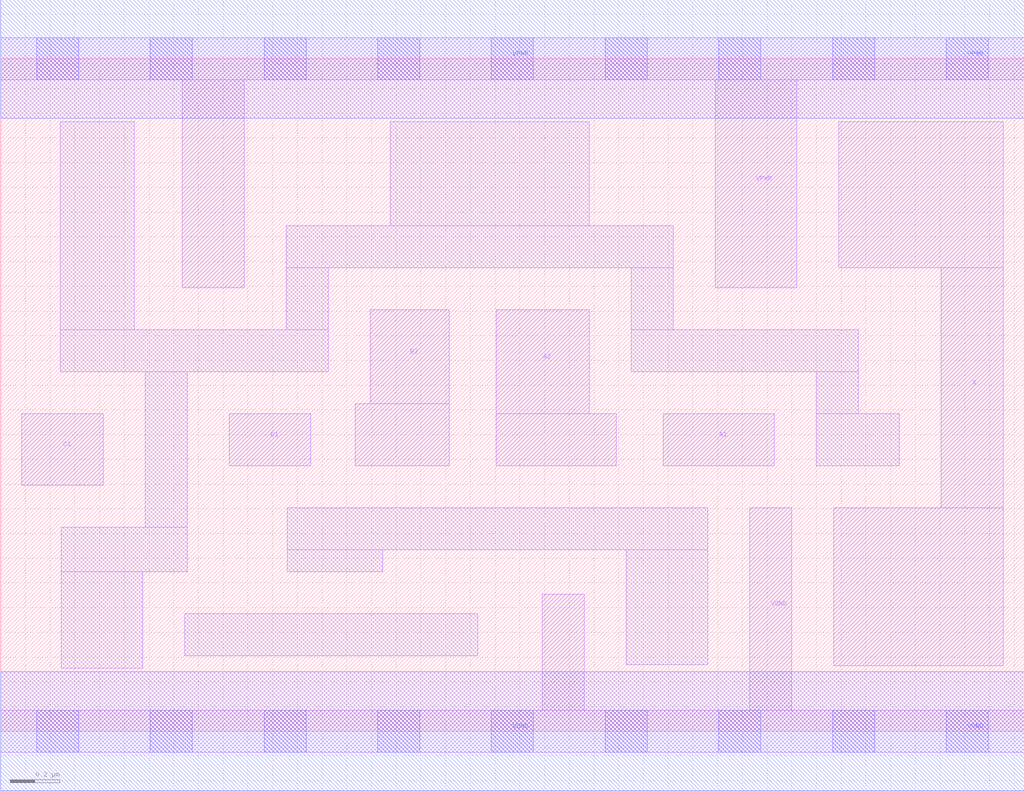
<source format=lef>
# Copyright 2020 The SkyWater PDK Authors
#
# Licensed under the Apache License, Version 2.0 (the "License");
# you may not use this file except in compliance with the License.
# You may obtain a copy of the License at
#
#     https://www.apache.org/licenses/LICENSE-2.0
#
# Unless required by applicable law or agreed to in writing, software
# distributed under the License is distributed on an "AS IS" BASIS,
# WITHOUT WARRANTIES OR CONDITIONS OF ANY KIND, either express or implied.
# See the License for the specific language governing permissions and
# limitations under the License.
#
# SPDX-License-Identifier: Apache-2.0

VERSION 5.7 ;
  NAMESCASESENSITIVE ON ;
  NOWIREEXTENSIONATPIN ON ;
  DIVIDERCHAR "/" ;
  BUSBITCHARS "[]" ;
UNITS
  DATABASE MICRONS 200 ;
END UNITS
MACRO sky130_fd_sc_hd__o221a_1
  CLASS CORE ;
  SOURCE USER ;
  FOREIGN sky130_fd_sc_hd__o221a_1 ;
  ORIGIN  0.000000  0.000000 ;
  SIZE  4.140000 BY  2.720000 ;
  SYMMETRY X Y R90 ;
  SITE unithd ;
  PIN A1
    ANTENNAGATEAREA  0.247500 ;
    DIRECTION INPUT ;
    USE SIGNAL ;
    PORT
      LAYER li1 ;
        RECT 2.680000 1.075000 3.130000 1.285000 ;
    END
  END A1
  PIN A2
    ANTENNAGATEAREA  0.247500 ;
    DIRECTION INPUT ;
    USE SIGNAL ;
    PORT
      LAYER li1 ;
        RECT 2.005000 1.075000 2.490000 1.285000 ;
        RECT 2.005000 1.285000 2.380000 1.705000 ;
    END
  END A2
  PIN B1
    ANTENNAGATEAREA  0.247500 ;
    DIRECTION INPUT ;
    USE SIGNAL ;
    PORT
      LAYER li1 ;
        RECT 0.925000 1.075000 1.255000 1.285000 ;
    END
  END B1
  PIN B2
    ANTENNAGATEAREA  0.247500 ;
    DIRECTION INPUT ;
    USE SIGNAL ;
    PORT
      LAYER li1 ;
        RECT 1.435000 1.075000 1.815000 1.325000 ;
        RECT 1.495000 1.325000 1.815000 1.705000 ;
    END
  END B2
  PIN C1
    ANTENNAGATEAREA  0.247500 ;
    DIRECTION INPUT ;
    USE SIGNAL ;
    PORT
      LAYER li1 ;
        RECT 0.085000 0.995000 0.415000 1.285000 ;
    END
  END C1
  PIN X
    ANTENNADIFFAREA  0.462000 ;
    DIRECTION OUTPUT ;
    USE SIGNAL ;
    PORT
      LAYER li1 ;
        RECT 3.370000 0.265000 4.055000 0.905000 ;
        RECT 3.390000 1.875000 4.055000 2.465000 ;
        RECT 3.805000 0.905000 4.055000 1.875000 ;
    END
  END X
  PIN VGND
    DIRECTION INOUT ;
    SHAPE ABUTMENT ;
    USE GROUND ;
    PORT
      LAYER li1 ;
        RECT 0.000000 -0.085000 4.140000 0.085000 ;
        RECT 2.190000  0.085000 2.360000 0.555000 ;
        RECT 3.030000  0.085000 3.200000 0.905000 ;
      LAYER mcon ;
        RECT 0.145000 -0.085000 0.315000 0.085000 ;
        RECT 0.605000 -0.085000 0.775000 0.085000 ;
        RECT 1.065000 -0.085000 1.235000 0.085000 ;
        RECT 1.525000 -0.085000 1.695000 0.085000 ;
        RECT 1.985000 -0.085000 2.155000 0.085000 ;
        RECT 2.445000 -0.085000 2.615000 0.085000 ;
        RECT 2.905000 -0.085000 3.075000 0.085000 ;
        RECT 3.365000 -0.085000 3.535000 0.085000 ;
        RECT 3.825000 -0.085000 3.995000 0.085000 ;
      LAYER met1 ;
        RECT 0.000000 -0.240000 4.140000 0.240000 ;
    END
  END VGND
  PIN VPWR
    DIRECTION INOUT ;
    SHAPE ABUTMENT ;
    USE POWER ;
    PORT
      LAYER li1 ;
        RECT 0.000000 2.635000 4.140000 2.805000 ;
        RECT 0.735000 1.795000 0.985000 2.635000 ;
        RECT 2.890000 1.795000 3.220000 2.635000 ;
      LAYER mcon ;
        RECT 0.145000 2.635000 0.315000 2.805000 ;
        RECT 0.605000 2.635000 0.775000 2.805000 ;
        RECT 1.065000 2.635000 1.235000 2.805000 ;
        RECT 1.525000 2.635000 1.695000 2.805000 ;
        RECT 1.985000 2.635000 2.155000 2.805000 ;
        RECT 2.445000 2.635000 2.615000 2.805000 ;
        RECT 2.905000 2.635000 3.075000 2.805000 ;
        RECT 3.365000 2.635000 3.535000 2.805000 ;
        RECT 3.825000 2.635000 3.995000 2.805000 ;
      LAYER met1 ;
        RECT 0.000000 2.480000 4.140000 2.960000 ;
    END
  END VPWR
  OBS
    LAYER li1 ;
      RECT 0.240000 1.455000 1.325000 1.625000 ;
      RECT 0.240000 1.625000 0.540000 2.465000 ;
      RECT 0.245000 0.255000 0.575000 0.645000 ;
      RECT 0.245000 0.645000 0.755000 0.825000 ;
      RECT 0.585000 0.825000 0.755000 1.455000 ;
      RECT 0.745000 0.305000 1.930000 0.475000 ;
      RECT 1.155000 1.625000 1.325000 1.875000 ;
      RECT 1.155000 1.875000 2.720000 2.045000 ;
      RECT 1.160000 0.645000 1.545000 0.735000 ;
      RECT 1.160000 0.735000 2.860000 0.905000 ;
      RECT 1.575000 2.045000 2.380000 2.465000 ;
      RECT 2.530000 0.270000 2.860000 0.735000 ;
      RECT 2.550000 1.455000 3.470000 1.625000 ;
      RECT 2.550000 1.625000 2.720000 1.875000 ;
      RECT 3.300000 1.075000 3.635000 1.285000 ;
      RECT 3.300000 1.285000 3.470000 1.455000 ;
  END
END sky130_fd_sc_hd__o221a_1

</source>
